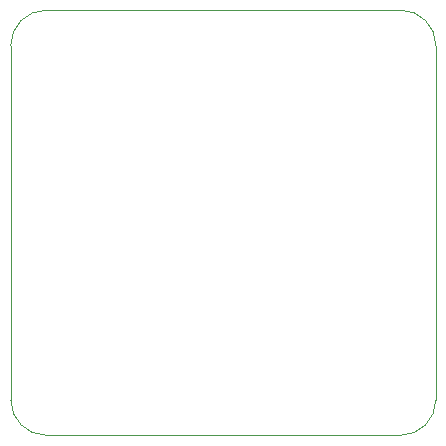
<source format=gko>
G04 Layer_Color=16711935*
%FSLAX44Y44*%
%MOMM*%
G71*
G01*
G75*
%ADD31C,0.0127*%
D31*
X-79889Y59033D02*
G03*
X-49889Y89033I0J30000D01*
G01*
X-409889D02*
G03*
X-379889Y59033I30000J0D01*
G01*
Y419033D02*
G03*
X-409889Y389033I0J-30000D01*
G01*
X-49889D02*
G03*
X-79889Y419033I-30000J0D01*
G01*
X-49889Y89033D02*
Y389033D01*
X-379889Y59033D02*
X-79889D01*
X-409889Y89033D02*
Y389033D01*
X-379889Y419033D02*
X-79889D01*
M02*

</source>
